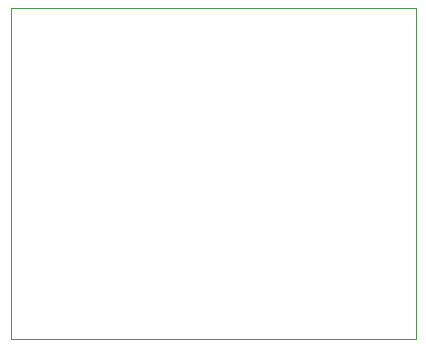
<source format=gm1>
%TF.GenerationSoftware,KiCad,Pcbnew,7.0.6-7.0.6~ubuntu22.04.1*%
%TF.CreationDate,2023-08-03T12:39:30-07:00*%
%TF.ProjectId,2r2_dac_r3,3272325f-6461-4635-9f72-332e6b696361,rev?*%
%TF.SameCoordinates,Original*%
%TF.FileFunction,Profile,NP*%
%FSLAX46Y46*%
G04 Gerber Fmt 4.6, Leading zero omitted, Abs format (unit mm)*
G04 Created by KiCad (PCBNEW 7.0.6-7.0.6~ubuntu22.04.1) date 2023-08-03 12:39:30*
%MOMM*%
%LPD*%
G01*
G04 APERTURE LIST*
%TA.AperFunction,Profile*%
%ADD10C,0.100000*%
%TD*%
G04 APERTURE END LIST*
D10*
X113232000Y-98516000D02*
X113232000Y-126516000D01*
X78932000Y-126516000D02*
X78932000Y-98516000D01*
X113232000Y-126516000D02*
X78932000Y-126516000D01*
X78932000Y-98516000D02*
X113232000Y-98516000D01*
M02*

</source>
